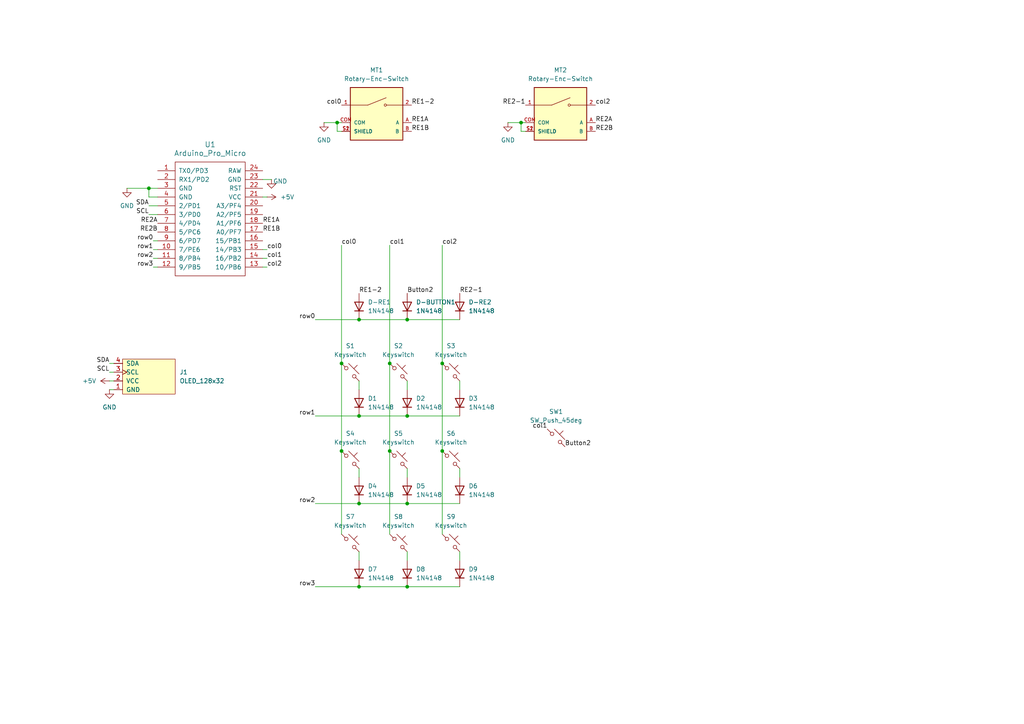
<source format=kicad_sch>
(kicad_sch (version 20250114) (generator "eeschema") (generator_version "9.0")
  (paper "A4")
  (lib_symbols
    (symbol "Diode:1N4148" (pin_numbers (hide yes)) (pin_names (hide yes))
      (property "Reference" "D" (at 0 2.54 0))
      (property "Value" "1N4148" (at 0 -2.54 0))
      (symbol "1N4148_0_1"
        (polyline (pts (xy -1.27 1.27) (xy -1.27 -1.27)) (stroke (width 0.254)))
        (polyline (pts (xy 1.27 1.27) (xy 1.27 -1.27) (xy -1.27 0) (xy 1.27 1.27)) (stroke (width 0.254)))
        (polyline (pts (xy 1.27 0) (xy -1.27 0)))
      )
      (symbol "1N4148_1_1"
        (pin passive line (at -3.81 0 0) (length 2.54) (name "K") (number "1"))
        (pin passive line (at 3.81 0 180) (length 2.54) (name "A") (number "2"))
      )
    )
    (symbol "Switch:SW_Push_45deg" (pin_numbers (hide yes)) (pin_names (offset 1.016) (hide yes))
      (property "Reference" "SW" (at 3.048 1.016 0))
      (property "Value" "SW_Push_45deg" (at 0 -3.81 0))
      (symbol "SW_Push_45deg_0_1"
        (polyline (pts (xy -2.54 2.54) (xy -1.524 1.524) (xy -1.524 1.524)))
        (circle (center -1.1684 1.1684) (radius 0.508))
        (polyline (pts (xy -0.508 2.54) (xy 2.54 -0.508)))
        (polyline (pts (xy 1.016 1.016) (xy 2.032 2.032)))
        (circle (center 1.143 -1.1938) (radius 0.508))
        (polyline (pts (xy 1.524 -1.524) (xy 2.54 -2.54) (xy 2.54 -2.54) (xy 2.54 -2.54)))
        (pin passive line (at -2.54 2.54 0) (length 0) (name "1") (number "1"))
        (pin passive line (at 2.54 -2.54 180) (length 0) (name "2") (number "2"))
      )
    )
    (symbol "macropad:Keyswitch" (pin_numbers (hide yes)) (pin_names (offset 1.016) (hide yes))
      (property "Reference" "S" (at 3.048 1.016 0))
      (property "Value" "Keyswitch" (at 0 -3.81 0))
      (symbol "Keyswitch_0_1"
        (polyline (pts (xy -2.54 2.54) (xy -1.524 1.524) (xy -1.524 1.524)))
        (circle (center -1.1684 1.1684) (radius 0.508))
        (polyline (pts (xy -0.508 2.54) (xy 2.54 -0.508)))
        (polyline (pts (xy 1.016 1.016) (xy 2.032 2.032)))
        (circle (center 1.143 -1.1938) (radius 0.508))
        (polyline (pts (xy 1.524 -1.524) (xy 2.54 -2.54) (xy 2.54 -2.54) (xy 2.54 -2.54)))
        (pin passive line (at -2.54 2.54 0) (length 0) (name "1") (number "1"))
        (pin passive line (at 2.54 -2.54 180) (length 0) (name "2") (number "2"))
      )
    )
    (symbol "macropad:MCU_Pro_Micro" (pin_names (offset 1.016))
      (property "Reference" "U" (at 0 0 0))
      (property "Value" "Arduino_Pro_Micro" (at 0 -19.05 0))
      (symbol "MCU_Pro_Micro_0_1"
        (rectangle (start -10.16 16.51) (end 10.16 -16.51))
      )
      (symbol "MCU_Pro_Micro_1_1"
        (pin input line (at -15.24 13.97 0) (length 5.08) (name "TX0/PD3") (number "1"))
        (pin input line (at -15.24 11.43 0) (length 5.08) (name "RX1/PD2") (number "2"))
        (pin input line (at -15.24 8.89 0) (length 5.08) (name "GND") (number "3"))
        (pin input line (at -15.24 6.35 0) (length 5.08) (name "GND") (number "4"))
        (pin input line (at -15.24 3.81 0) (length 5.08) (name "2/PD1") (number "5"))
        (pin input line (at -15.24 1.27 0) (length 5.08) (name "3/PD0") (number "6"))
        (pin input line (at -15.24 -1.27 0) (length 5.08) (name "4/PD4") (number "7"))
        (pin input line (at -15.24 -3.81 0) (length 5.08) (name "5/PC6") (number "8"))
        (pin input line (at -15.24 -6.35 0) (length 5.08) (name "6/PD7") (number "9"))
        (pin input line (at -15.24 -8.89 0) (length 5.08) (name "7/PE6") (number "10"))
        (pin input line (at -15.24 -11.43 0) (length 5.08) (name "8/PB4") (number "11"))
        (pin input line (at -15.24 -13.97 0) (length 5.08) (name "9/PB5") (number "12"))
        (pin input line (at 15.24 13.97 180) (length 5.08) (name "RAW") (number "24"))
        (pin input line (at 15.24 11.43 180) (length 5.08) (name "GND") (number "23"))
        (pin input line (at 15.24 8.89 180) (length 5.08) (name "RST") (number "22"))
        (pin input line (at 15.24 6.35 180) (length 5.08) (name "VCC") (number "21"))
        (pin input line (at 15.24 3.81 180) (length 5.08) (name "A3/PF4") (number "20"))
        (pin input line (at 15.24 1.27 180) (length 5.08) (name "A2/PF5") (number "19"))
        (pin input line (at 15.24 -1.27 180) (length 5.08) (name "A1/PF6") (number "18"))
        (pin input line (at 15.24 -3.81 180) (length 5.08) (name "A0/PF7") (number "17"))
        (pin input line (at 15.24 -6.35 180) (length 5.08) (name "15/PB1") (number "16"))
        (pin input line (at 15.24 -8.89 180) (length 5.08) (name "14/PB3") (number "15"))
        (pin input line (at 15.24 -11.43 180) (length 5.08) (name "16/PB2") (number "14"))
        (pin input line (at 15.24 -13.97 180) (length 5.08) (name "10/PB6") (number "13"))
      )
    )
    (symbol "macropad:OLED_128x32" (pin_names (offset 1.016))
      (property "Reference" "J" (at 0 -6.35 0))
      (property "Value" "OLED_128x32" (at 0 6.35 0))
      (symbol "OLED_128x32_0_1"
        (rectangle (start 0 5.08) (end 15.24 -5.08) (fill (type background)))
      )
      (symbol "OLED_128x32_1_1"
        (pin bidirectional line (at -2.54 3.81 0) (length 2.54) (name "SDA") (number "4"))
        (pin input clock (at -2.54 1.27 0) (length 2.54) (name "SCL") (number "3"))
        (pin power_in line (at -2.54 -1.27 0) (length 2.54) (name "VCC") (number "2"))
        (pin power_in line (at -2.54 -3.81 0) (length 2.54) (name "GND") (number "1"))
      )
    )
    (symbol "macropad:Rotary-Enc-Switch" (pin_names (offset 1.016))
      (property "Reference" "MT" (at -7.62 8.89 0))
      (property "Value" "Rotary-Enc-Switch" (at -7.62 -8.89 0))
      (symbol "Rotary-Enc-Switch_0_0"
        (rectangle (start -7.62 -7.62) (end 7.62 7.62) (stroke (width 0.254)) (fill (type background)))
        (polyline (pts (xy -2.54 2.54) (xy -7.62 2.54)) (stroke (width 0.1524)))
        (polyline (pts (xy -2.54 2.54) (xy 2.794 4.6736)) (stroke (width 0.1524)))
        (circle (center 2.54 2.54) (radius 0.3302) (stroke (width 0.1524)))
        (polyline (pts (xy 7.62 2.54) (xy 2.921 2.54)) (stroke (width 0.1524)))
        (pin passive line (at -10.16 2.54 0) (length 2.54) (name "~") (number "1"))
        (pin passive line (at -10.16 -2.54 0) (length 2.54) (name "COM") (number "COM"))
        (pin passive line (at -10.16 -5.08 0) (length 2.54) (name "SHIELD") (number "S1"))
        (pin passive line (at -10.16 -5.08 0) (length 2.54) (name "SHIELD") (number "S2"))
        (pin passive line (at 10.16 2.54 180) (length 2.54) (name "~") (number "2"))
        (pin passive line (at 10.16 -2.54 180) (length 2.54) (name "A") (number "A"))
        (pin passive line (at 10.16 -5.08 180) (length 2.54) (name "B") (number "B"))
      )
    )
    (symbol "power:+5V" (power) (pin_numbers (hide yes)) (pin_names (offset 0) (hide yes))
      (property "Value" "+5V" (at 0 3.556 0))
      (symbol "+5V_0_1"
        (polyline (pts (xy -0.762 1.27) (xy 0 2.54)))
        (polyline (pts (xy 0 2.54) (xy 0.762 1.27)))
        (polyline (pts (xy 0 0) (xy 0 2.54)))
      )
      (symbol "+5V_1_1"
        (pin power_in line (at 0 0 90) (length 0) (name "~") (number "1"))
      )
    )
    (symbol "power:GND" (power) (pin_numbers (hide yes)) (pin_names (offset 0) (hide yes))
      (property "Value" "GND" (at 0 -3.81 0))
      (symbol "GND_0_1"
        (polyline (pts (xy 0 0) (xy 0 -1.27) (xy 1.27 -1.27) (xy 0 -2.54) (xy -1.27 -1.27) (xy 0 -1.27)))
      )
      (symbol "GND_1_1"
        (pin power_in line (at 0 0 270) (length 0) (name "~") (number "1"))
      )
    )
  )
  (junction (at 118.11 146.05))
  (junction (at 113.03 130.81))
  (junction (at 99.06 105.41))
  (junction (at 104.14 120.65))
  (junction (at 104.14 170.18))
  (junction (at 118.11 120.65))
  (junction (at 104.14 92.71))
  (junction (at 113.03 105.41))
  (junction (at 43.18 54.61))
  (junction (at 118.11 170.18))
  (junction (at 151.13 35.56))
  (junction (at 118.11 92.71))
  (junction (at 97.79 35.56))
  (junction (at 99.06 130.81))
  (junction (at 128.27 105.41))
  (junction (at 104.14 146.05))
  (junction (at 128.27 130.81))
  (wire (pts (xy 44.45 74.93) (xy 45.72 74.93)))
  (wire (pts (xy 76.2 57.15) (xy 77.47 57.15)))
  (wire (pts (xy 76.2 74.93) (xy 77.47 74.93)))
  (wire (pts (xy 31.75 105.41) (xy 33.02 105.41)))
  (wire (pts (xy 118.11 170.18) (xy 133.35 170.18)))
  (wire (pts (xy 31.75 110.49) (xy 33.02 110.49)))
  (wire (pts (xy 99.06 130.81) (xy 99.06 154.94)))
  (wire (pts (xy 104.14 135.89) (xy 104.14 138.43)))
  (wire (pts (xy 104.14 110.49) (xy 104.14 113.03)))
  (wire (pts (xy 118.11 146.05) (xy 133.35 146.05)))
  (wire (pts (xy 118.11 160.02) (xy 118.11 162.56)))
  (wire (pts (xy 151.13 38.1) (xy 151.13 35.56)))
  (wire (pts (xy 118.11 110.49) (xy 118.11 113.03)))
  (wire (pts (xy 44.45 72.39) (xy 45.72 72.39)))
  (wire (pts (xy 104.14 92.71) (xy 118.11 92.71)))
  (wire (pts (xy 97.79 38.1) (xy 97.79 35.56)))
  (wire (pts (xy 99.06 105.41) (xy 99.06 130.81)))
  (wire (pts (xy 104.14 170.18) (xy 118.11 170.18)))
  (wire (pts (xy 113.03 71.12) (xy 113.03 105.41)))
  (wire (pts (xy 118.11 135.89) (xy 118.11 138.43)))
  (wire (pts (xy 76.2 72.39) (xy 77.47 72.39)))
  (wire (pts (xy 44.45 77.47) (xy 45.72 77.47)))
  (wire (pts (xy 147.32 35.56) (xy 151.13 35.56)))
  (wire (pts (xy 43.18 54.61) (xy 45.72 54.61)))
  (wire (pts (xy 133.35 110.49) (xy 133.35 113.03)))
  (wire (pts (xy 43.18 62.23) (xy 45.72 62.23)))
  (wire (pts (xy 128.27 105.41) (xy 128.27 130.81)))
  (wire (pts (xy 99.06 71.12) (xy 99.06 105.41)))
  (wire (pts (xy 43.18 57.15) (xy 45.72 57.15)))
  (wire (pts (xy 113.03 105.41) (xy 113.03 130.81)))
  (wire (pts (xy 91.44 92.71) (xy 104.14 92.71)))
  (wire (pts (xy 104.14 160.02) (xy 104.14 162.56)))
  (wire (pts (xy 133.35 160.02) (xy 133.35 162.56)))
  (wire (pts (xy 76.2 77.47) (xy 77.47 77.47)))
  (wire (pts (xy 43.18 54.61) (xy 43.18 57.15)))
  (wire (pts (xy 31.75 107.95) (xy 33.02 107.95)))
  (wire (pts (xy 43.18 59.69) (xy 45.72 59.69)))
  (wire (pts (xy 97.79 35.56) (xy 99.06 35.56)))
  (wire (pts (xy 91.44 170.18) (xy 104.14 170.18)))
  (wire (pts (xy 31.75 113.03) (xy 33.02 113.03)))
  (wire (pts (xy 118.11 120.65) (xy 133.35 120.65)))
  (wire (pts (xy 152.4 38.1) (xy 151.13 38.1)))
  (wire (pts (xy 91.44 146.05) (xy 104.14 146.05)))
  (wire (pts (xy 36.83 54.61) (xy 43.18 54.61)))
  (wire (pts (xy 133.35 135.89) (xy 133.35 138.43)))
  (wire (pts (xy 104.14 120.65) (xy 118.11 120.65)))
  (wire (pts (xy 91.44 120.65) (xy 104.14 120.65)))
  (wire (pts (xy 93.98 35.56) (xy 97.79 35.56)))
  (wire (pts (xy 44.45 69.85) (xy 45.72 69.85)))
  (wire (pts (xy 113.03 130.81) (xy 113.03 154.94)))
  (wire (pts (xy 128.27 130.81) (xy 128.27 154.94)))
  (wire (pts (xy 128.27 71.12) (xy 128.27 105.41)))
  (wire (pts (xy 118.11 92.71) (xy 133.35 92.71)))
  (wire (pts (xy 97.79 38.1) (xy 99.06 38.1)))
  (wire (pts (xy 76.2 52.07) (xy 78.74 52.07)))
  (wire (pts (xy 104.14 146.05) (xy 118.11 146.05)))
  (wire (pts (xy 151.13 35.56) (xy 152.4 35.56)))
  (label "RE2-1" (at 133.35 85.09 0))
  (label "row1" (at 91.44 120.65 180))
  (label "col1" (at 77.47 74.93 0))
  (label "RE1B" (at 76.2 67.31 0))
  (label "RE1A" (at 119.38 35.56 0))
  (label "row0" (at 91.44 92.71 180))
  (label "col0" (at 99.06 30.48 180))
  (label "row3" (at 91.44 170.18 180))
  (label "RE2B" (at 45.72 67.31 180))
  (label "col1" (at 158.75 124.46 180))
  (label "row0" (at 44.45 69.85 180))
  (label "col0" (at 99.06 71.12 0))
  (label "col1" (at 113.03 71.12 0))
  (label "Button2" (at 163.83 129.54 0))
  (label "col2" (at 172.72 30.48 0))
  (label "RE1-2" (at 119.38 30.48 0))
  (label "RE2-1" (at 152.4 30.48 180))
  (label "row3" (at 44.45 77.47 180))
  (label "col2" (at 77.47 77.47 0))
  (label "Button2" (at 118.11 85.09 0))
  (label "RE2A" (at 172.72 35.56 0))
  (label "RE1A" (at 76.2 64.77 0))
  (label "row2" (at 91.44 146.05 180))
  (label "RE2A" (at 45.72 64.77 180))
  (label "row1" (at 44.45 72.39 180))
  (label "row2" (at 44.45 74.93 180))
  (label "SCL" (at 43.18 62.23 180))
  (label "RE2B" (at 172.72 38.1 0))
  (label "SDA" (at 43.18 59.69 180))
  (label "col2" (at 128.27 71.12 0))
  (label "SDA" (at 31.75 105.41 180))
  (label "col0" (at 77.47 72.39 0))
  (label "SCL" (at 31.75 107.95 180))
  (label "RE1B" (at 119.38 38.1 0))
  (label "RE1-2" (at 104.14 85.09 0))
  (symbol (lib_id "power:+5V") (at 31.75 110.49 90) (unit 1)
    (property "Reference" "#PWR01" (effects (hide yes)))
    (property "Value" "+5V" (at 27.94 110.4899 90) (effects (justify left)))
    (property "Description" "Power symbol creates a global label with name \"+5V\"" (effects (hide yes)))
  )
  (symbol (lib_id "Diode:1N4148") (at 104.14 116.84 90) (unit 1)
    (property "Reference" "D1" (at 106.68 115.5699 90) (effects (justify right)))
    (property "Value" "1N4148" (at 106.68 118.1099 90) (effects (justify right)))
    (property "Footprint" "Diode_THT:D_DO-35_SOD27_P7.62mm_Horizontal" (effects (hide yes)))
    (property "Datasheet" "https://assets.nexperia.com/documents/data-sheet/1N4148_1N4448.pdf" (effects (hide yes)))
    (property "Description" "100V 0.15A standard switching diode, DO-35" (effects (hide yes)))
    (property "Sim.Device" "D" (effects (hide yes)))
    (property "Sim.Pins" "1=K 2=A" (effects (hide yes)))
  )
  (symbol (lib_id "macropad:Keyswitch") (at 101.6 157.48 0) (unit 1)
    (property "Reference" "S7" (at 101.6 149.86 0))
    (property "Value" "Keyswitch" (at 101.6 152.4 0))
    (property "Footprint" "macropad:MX_PCB_1.00u" (effects (hide yes)))
    (property "Description" "Push button switch, normally open, two pins, 45° tilted" (effects (hide yes)))
  )
  (symbol (lib_id "power:GND") (at 36.83 54.61 0) (unit 1)
    (property "Reference" "#PWR07" (effects (hide yes)))
    (property "Value" "GND" (at 36.83 59.69 0))
    (property "Description" "Power symbol creates a global label with name \"GND\" , ground" (effects (hide yes)))
  )
  (symbol (lib_id "Diode:1N4148") (at 104.14 88.9 90) (unit 1)
    (property "Reference" "D-RE1" (at 106.68 87.6299 90) (effects (justify right)))
    (property "Value" "1N4148" (at 106.68 90.1699 90) (effects (justify right)))
    (property "Footprint" "Diode_THT:D_DO-35_SOD27_P7.62mm_Horizontal" (effects (hide yes)))
    (property "Datasheet" "https://assets.nexperia.com/documents/data-sheet/1N4148_1N4448.pdf" (effects (hide yes)))
    (property "Description" "100V 0.15A standard switching diode, DO-35" (effects (hide yes)))
    (property "Sim.Device" "D" (effects (hide yes)))
    (property "Sim.Pins" "1=K 2=A" (effects (hide yes)))
  )
  (symbol (lib_id "macropad:Keyswitch") (at 130.81 107.95 0) (unit 1)
    (property "Reference" "S3" (at 130.81 100.33 0))
    (property "Value" "Keyswitch" (at 130.81 102.87 0))
    (property "Footprint" "macropad:MX_PCB_1.00u" (effects (hide yes)))
    (property "Description" "Push button switch, normally open, two pins, 45° tilted" (effects (hide yes)))
  )
  (symbol (lib_id "Diode:1N4148") (at 133.35 142.24 90) (unit 1)
    (property "Reference" "D6" (at 135.89 140.9699 90) (effects (justify right)))
    (property "Value" "1N4148" (at 135.89 143.5099 90) (effects (justify right)))
    (property "Footprint" "Diode_THT:D_DO-35_SOD27_P7.62mm_Horizontal" (effects (hide yes)))
    (property "Datasheet" "https://assets.nexperia.com/documents/data-sheet/1N4148_1N4448.pdf" (effects (hide yes)))
    (property "Description" "100V 0.15A standard switching diode, DO-35" (effects (hide yes)))
    (property "Sim.Device" "D" (effects (hide yes)))
    (property "Sim.Pins" "1=K 2=A" (effects (hide yes)))
  )
  (symbol (lib_id "Diode:1N4148") (at 133.35 116.84 90) (unit 1)
    (property "Reference" "D3" (at 135.89 115.5699 90) (effects (justify right)))
    (property "Value" "1N4148" (at 135.89 118.1099 90) (effects (justify right)))
    (property "Footprint" "Diode_THT:D_DO-35_SOD27_P7.62mm_Horizontal" (effects (hide yes)))
    (property "Datasheet" "https://assets.nexperia.com/documents/data-sheet/1N4148_1N4448.pdf" (effects (hide yes)))
    (property "Description" "100V 0.15A standard switching diode, DO-35" (effects (hide yes)))
    (property "Sim.Device" "D" (effects (hide yes)))
    (property "Sim.Pins" "1=K 2=A" (effects (hide yes)))
  )
  (symbol (lib_id "Diode:1N4148") (at 104.14 142.24 90) (unit 1)
    (property "Reference" "D4" (at 106.68 140.9699 90) (effects (justify right)))
    (property "Value" "1N4148" (at 106.68 143.5099 90) (effects (justify right)))
    (property "Footprint" "Diode_THT:D_DO-35_SOD27_P7.62mm_Horizontal" (effects (hide yes)))
    (property "Datasheet" "https://assets.nexperia.com/documents/data-sheet/1N4148_1N4448.pdf" (effects (hide yes)))
    (property "Description" "100V 0.15A standard switching diode, DO-35" (effects (hide yes)))
    (property "Sim.Device" "D" (effects (hide yes)))
    (property "Sim.Pins" "1=K 2=A" (effects (hide yes)))
  )
  (symbol (lib_id "macropad:Keyswitch") (at 101.6 133.35 0) (unit 1)
    (property "Reference" "S4" (at 101.6 125.73 0))
    (property "Value" "Keyswitch" (at 101.6 128.27 0))
    (property "Footprint" "macropad:MX_PCB_1.00u" (effects (hide yes)))
    (property "Description" "Push button switch, normally open, two pins, 45° tilted" (effects (hide yes)))
  )
  (symbol (lib_id "macropad:OLED_128x32") (at 35.56 109.22 0) (unit 1)
    (property "Reference" "J1" (at 52.07 107.9499 0) (effects (justify left)))
    (property "Value" "OLED_128x32" (at 52.07 110.4899 0) (effects (justify left)))
    (property "Footprint" "macropad:OLED_128x32" (effects (hide yes)))
  )
  (symbol (lib_id "Diode:1N4148") (at 118.11 116.84 90) (unit 1)
    (property "Reference" "D2" (at 120.65 115.5699 90) (effects (justify right)))
    (property "Value" "1N4148" (at 120.65 118.1099 90) (effects (justify right)))
    (property "Footprint" "Diode_THT:D_DO-35_SOD27_P7.62mm_Horizontal" (effects (hide yes)))
    (property "Datasheet" "https://assets.nexperia.com/documents/data-sheet/1N4148_1N4448.pdf" (effects (hide yes)))
    (property "Description" "100V 0.15A standard switching diode, DO-35" (effects (hide yes)))
    (property "Sim.Device" "D" (effects (hide yes)))
    (property "Sim.Pins" "1=K 2=A" (effects (hide yes)))
  )
  (symbol (lib_id "Diode:1N4148") (at 118.11 142.24 90) (unit 1)
    (property "Reference" "D5" (at 120.65 140.9699 90) (effects (justify right)))
    (property "Value" "1N4148" (at 120.65 143.5099 90) (effects (justify right)))
    (property "Footprint" "Diode_THT:D_DO-35_SOD27_P7.62mm_Horizontal" (effects (hide yes)))
    (property "Datasheet" "https://assets.nexperia.com/documents/data-sheet/1N4148_1N4448.pdf" (effects (hide yes)))
    (property "Description" "100V 0.15A standard switching diode, DO-35" (effects (hide yes)))
    (property "Sim.Device" "D" (effects (hide yes)))
    (property "Sim.Pins" "1=K 2=A" (effects (hide yes)))
  )
  (symbol (lib_id "macropad:Keyswitch") (at 130.81 157.48 0) (unit 1)
    (property "Reference" "S9" (at 130.81 149.86 0))
    (property "Value" "Keyswitch" (at 130.81 152.4 0))
    (property "Footprint" "macropad:MX_PCB_1.00u" (effects (hide yes)))
    (property "Description" "Push button switch, normally open, two pins, 45° tilted" (effects (hide yes)))
  )
  (symbol (lib_id "macropad:Keyswitch") (at 115.57 157.48 0) (unit 1)
    (property "Reference" "S8" (at 115.57 149.86 0))
    (property "Value" "Keyswitch" (at 115.57 152.4 0))
    (property "Footprint" "macropad:MX_PCB_1.00u" (effects (hide yes)))
    (property "Description" "Push button switch, normally open, two pins, 45° tilted" (effects (hide yes)))
  )
  (symbol (lib_id "Switch:SW_Push_45deg") (at 161.29 127 0) (unit 1)
    (property "Reference" "SW1" (at 161.29 119.38 0))
    (property "Value" "SW_Push_45deg" (at 161.29 121.92 0))
    (property "Footprint" "Button_Switch_THT:SW_PUSH_6mm" (effects (hide yes)))
    (property "Description" "Push button switch, normally open, two pins, 45° tilted" (effects (hide yes)))
  )
  (symbol (lib_id "macropad:Keyswitch") (at 115.57 107.95 0) (unit 1)
    (property "Reference" "S2" (at 115.57 100.33 0))
    (property "Value" "Keyswitch" (at 115.57 102.87 0))
    (property "Footprint" "macropad:MX_PCB_1.00u" (effects (hide yes)))
    (property "Description" "Push button switch, normally open, two pins, 45° tilted" (effects (hide yes)))
  )
  (symbol (lib_id "macropad:Keyswitch") (at 115.57 133.35 0) (unit 1)
    (property "Reference" "S5" (at 115.57 125.73 0))
    (property "Value" "Keyswitch" (at 115.57 128.27 0))
    (property "Footprint" "macropad:MX_PCB_1.00u" (effects (hide yes)))
    (property "Description" "Push button switch, normally open, two pins, 45° tilted" (effects (hide yes)))
  )
  (symbol (lib_id "macropad:Rotary-Enc-Switch") (at 109.22 33.02 0) (unit 1)
    (property "Reference" "MT1" (at 109.22 20.32 0))
    (property "Value" "Rotary-Enc-Switch" (at 109.22 22.86 0))
    (property "Footprint" "macropad:XDCR_PEC11R-4215F-S0024" (effects (hide yes)))
    (property "MF" "Bourns Electronics" (effects (hide yes)))
    (property "MAXIMUM_PACKAGE_HEIGHT" "21.5 mm" (effects (hide yes)))
    (property "Package" "None" (effects (hide yes)))
    (property "Price" "None" (effects (hide yes)))
    (property "Check_prices" "https://www.snapeda.com/parts/PEC11R4215FS0024/Bourns/view-part/?ref=eda" (effects (hide yes)))
    (property "STANDARD" "Manufacturer Recommendations" (effects (hide yes)))
    (property "PARTREV" "Rev. 09/19" (effects (hide yes)))
    (property "SnapEDA_Link" "https://www.snapeda.com/parts/PEC11R4215FS0024/Bourns/view-part/?ref=snap" (effects (hide yes)))
    (property "MP" "PEC11R4215FS0024" (effects (hide yes)))
    (property "Description_1" "Mechanical Encoder Rotary Incremental Flat 0.007 Straight Quadrature Digital Square Wave 24PPR Through Hole PC Pin" (effects (hide yes)))
    (property "Availability" "In Stock" (effects (hide yes)))
    (property "MANUFACTURER" "J.W.Miller/Bourns" (effects (hide yes)))
  )
  (symbol (lib_id "power:GND") (at 78.74 52.07 0) (unit 1)
    (property "Reference" "#PWR06" (effects (hide yes)))
    (property "Value" "GND" (at 81.28 52.578 0))
    (property "Description" "Power symbol creates a global label with name \"GND\" , ground" (effects (hide yes)))
  )
  (symbol (lib_id "macropad:MCU_Pro_Micro") (at 60.96 63.5 0) (unit 1)
    (property "Reference" "U1" (at 60.96 41.91 0) (effects (font (size 1.524 1.524))))
    (property "Value" "Arduino_Pro_Micro" (at 60.96 44.45 0) (effects (font (size 1.524 1.524))))
    (property "Footprint" "macropad:Arduino_Pro_Micro" (effects (hide yes)))
  )
  (symbol (lib_id "macropad:Rotary-Enc-Switch") (at 162.56 33.02 0) (unit 1)
    (property "Reference" "MT2" (at 162.56 20.32 0))
    (property "Value" "Rotary-Enc-Switch" (at 162.56 22.86 0))
    (property "Footprint" "macropad:XDCR_PEC11R-4215F-S0024" (effects (hide yes)))
    (property "MF" "Bourns Electronics" (effects (hide yes)))
    (property "MAXIMUM_PACKAGE_HEIGHT" "21.5 mm" (effects (hide yes)))
    (property "Package" "None" (effects (hide yes)))
    (property "Price" "None" (effects (hide yes)))
    (property "Check_prices" "https://www.snapeda.com/parts/PEC11R4215FS0024/Bourns/view-part/?ref=eda" (effects (hide yes)))
    (property "STANDARD" "Manufacturer Recommendations" (effects (hide yes)))
    (property "PARTREV" "Rev. 09/19" (effects (hide yes)))
    (property "SnapEDA_Link" "https://www.snapeda.com/parts/PEC11R4215FS0024/Bourns/view-part/?ref=snap" (effects (hide yes)))
    (property "MP" "PEC11R4215FS0024" (effects (hide yes)))
    (property "Description_1" "Mechanical Encoder Rotary Incremental Flat 0.007 Straight Quadrature Digital Square Wave 24PPR Through Hole PC Pin" (effects (hide yes)))
    (property "Availability" "In Stock" (effects (hide yes)))
    (property "MANUFACTURER" "J.W.Miller/Bourns" (effects (hide yes)))
  )
  (symbol (lib_id "Diode:1N4148") (at 118.11 88.9 90) (unit 1)
    (property "Reference" "D-BUTTON1" (at 120.65 87.6299 90) (effects (justify right)))
    (property "Value" "1N4148" (at 120.65 90.1699 90) (effects (justify right)))
    (property "Footprint" "Diode_THT:D_DO-35_SOD27_P7.62mm_Horizontal" (effects (hide yes)))
    (property "Datasheet" "https://assets.nexperia.com/documents/data-sheet/1N4148_1N4448.pdf" (effects (hide yes)))
    (property "Description" "100V 0.15A standard switching diode, DO-35" (effects (hide yes)))
    (property "Sim.Device" "D" (effects (hide yes)))
    (property "Sim.Pins" "1=K 2=A" (effects (hide yes)))
  )
  (symbol (lib_id "Diode:1N4148") (at 118.11 166.37 90) (unit 1)
    (property "Reference" "D8" (at 120.65 165.0999 90) (effects (justify right)))
    (property "Value" "1N4148" (at 120.65 167.6399 90) (effects (justify right)))
    (property "Footprint" "Diode_THT:D_DO-35_SOD27_P7.62mm_Horizontal" (effects (hide yes)))
    (property "Datasheet" "https://assets.nexperia.com/documents/data-sheet/1N4148_1N4448.pdf" (effects (hide yes)))
    (property "Description" "100V 0.15A standard switching diode, DO-35" (effects (hide yes)))
    (property "Sim.Device" "D" (effects (hide yes)))
    (property "Sim.Pins" "1=K 2=A" (effects (hide yes)))
  )
  (symbol (lib_id "power:GND") (at 147.32 35.56 0) (unit 1)
    (property "Reference" "#PWR03" (effects (hide yes)))
    (property "Value" "GND" (at 147.32 40.64 0))
    (property "Description" "Power symbol creates a global label with name \"GND\" , ground" (effects (hide yes)))
  )
  (symbol (lib_id "macropad:Keyswitch") (at 130.81 133.35 0) (unit 1)
    (property "Reference" "S6" (at 130.81 125.73 0))
    (property "Value" "Keyswitch" (at 130.81 128.27 0))
    (property "Footprint" "macropad:MX_PCB_1.00u" (effects (hide yes)))
    (property "Description" "Push button switch, normally open, two pins, 45° tilted" (effects (hide yes)))
  )
  (symbol (lib_id "Diode:1N4148") (at 133.35 88.9 90) (unit 1)
    (property "Reference" "D-RE2" (at 135.89 87.6299 90) (effects (justify right)))
    (property "Value" "1N4148" (at 135.89 90.1699 90) (effects (justify right)))
    (property "Footprint" "Diode_THT:D_DO-35_SOD27_P7.62mm_Horizontal" (effects (hide yes)))
    (property "Datasheet" "https://assets.nexperia.com/documents/data-sheet/1N4148_1N4448.pdf" (effects (hide yes)))
    (property "Description" "100V 0.15A standard switching diode, DO-35" (effects (hide yes)))
    (property "Sim.Device" "D" (effects (hide yes)))
    (property "Sim.Pins" "1=K 2=A" (effects (hide yes)))
  )
  (symbol (lib_id "macropad:Keyswitch") (at 101.6 107.95 0) (unit 1)
    (property "Reference" "S1" (at 101.6 100.33 0))
    (property "Value" "Keyswitch" (at 101.6 102.87 0))
    (property "Footprint" "macropad:MX_PCB_1.00u" (effects (hide yes)))
    (property "Description" "Push button switch, normally open, two pins, 45° tilted" (effects (hide yes)))
  )
  (symbol (lib_id "power:GND") (at 93.98 35.56 0) (unit 1)
    (property "Reference" "#PWR05" (effects (hide yes)))
    (property "Value" "GND" (at 93.98 40.64 0))
    (property "Description" "Power symbol creates a global label with name \"GND\" , ground" (effects (hide yes)))
  )
  (symbol (lib_id "power:+5V") (at 77.47 57.15 270) (unit 1)
    (property "Reference" "#PWR04" (effects (hide yes)))
    (property "Value" "+5V" (at 81.28 57.1499 90) (effects (justify left)))
    (property "Description" "Power symbol creates a global label with name \"+5V\"" (effects (hide yes)))
  )
  (symbol (lib_id "power:GND") (at 31.75 113.03 0) (unit 1)
    (property "Reference" "#PWR02" (effects (hide yes)))
    (property "Value" "GND" (at 31.75 118.11 0))
    (property "Description" "Power symbol creates a global label with name \"GND\" , ground" (effects (hide yes)))
  )
  (symbol (lib_id "Diode:1N4148") (at 133.35 166.37 90) (unit 1)
    (property "Reference" "D9" (at 135.89 165.0999 90) (effects (justify right)))
    (property "Value" "1N4148" (at 135.89 167.6399 90) (effects (justify right)))
    (property "Footprint" "Diode_THT:D_DO-35_SOD27_P7.62mm_Horizontal" (effects (hide yes)))
    (property "Datasheet" "https://assets.nexperia.com/documents/data-sheet/1N4148_1N4448.pdf" (effects (hide yes)))
    (property "Description" "100V 0.15A standard switching diode, DO-35" (effects (hide yes)))
    (property "Sim.Device" "D" (effects (hide yes)))
    (property "Sim.Pins" "1=K 2=A" (effects (hide yes)))
  )
  (symbol (lib_id "Diode:1N4148") (at 104.14 166.37 90) (unit 1)
    (property "Reference" "D7" (at 106.68 165.0999 90) (effects (justify right)))
    (property "Value" "1N4148" (at 106.68 167.6399 90) (effects (justify right)))
    (property "Footprint" "Diode_THT:D_DO-35_SOD27_P7.62mm_Horizontal" (effects (hide yes)))
    (property "Datasheet" "https://assets.nexperia.com/documents/data-sheet/1N4148_1N4448.pdf" (effects (hide yes)))
    (property "Description" "100V 0.15A standard switching diode, DO-35" (effects (hide yes)))
    (property "Sim.Device" "D" (effects (hide yes)))
    (property "Sim.Pins" "1=K 2=A" (effects (hide yes)))
  )
)
</source>
